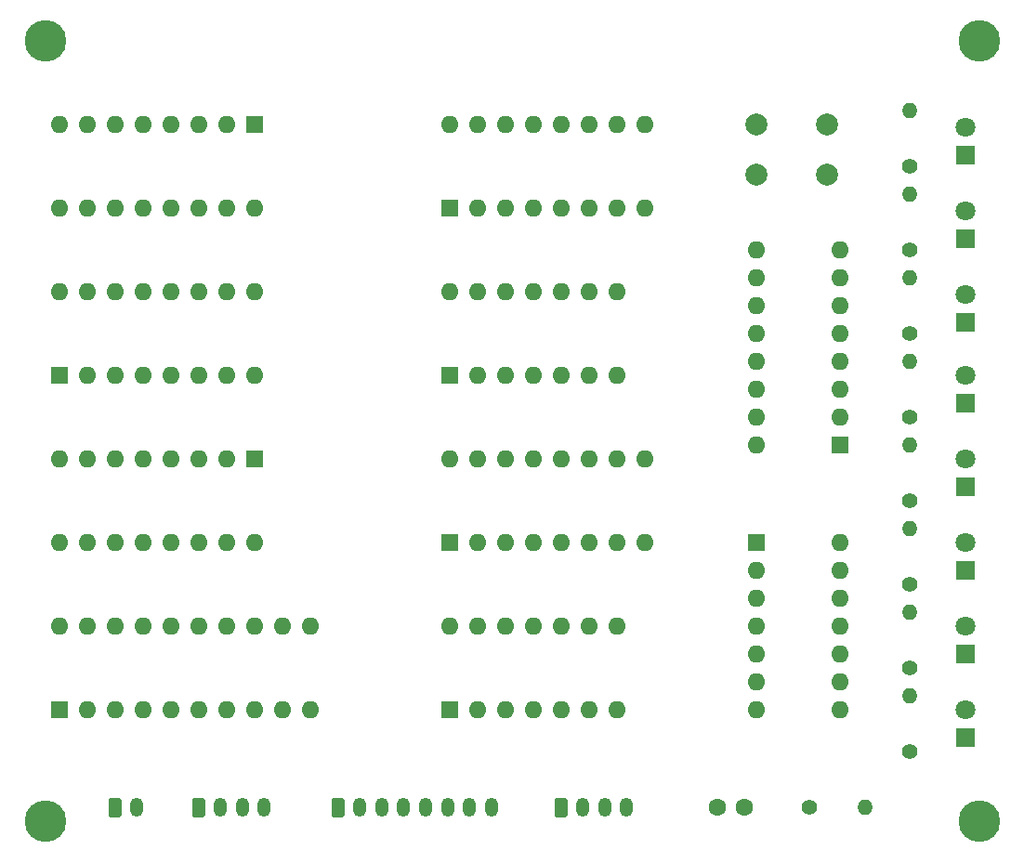
<source format=gbr>
G04 #@! TF.GenerationSoftware,KiCad,Pcbnew,(5.1.2-1)-1*
G04 #@! TF.CreationDate,2019-08-26T08:18:24+10:00*
G04 #@! TF.ProjectId,memory,6d656d6f-7279-42e6-9b69-6361645f7063,rev?*
G04 #@! TF.SameCoordinates,Original*
G04 #@! TF.FileFunction,Soldermask,Bot*
G04 #@! TF.FilePolarity,Negative*
%FSLAX46Y46*%
G04 Gerber Fmt 4.6, Leading zero omitted, Abs format (unit mm)*
G04 Created by KiCad (PCBNEW (5.1.2-1)-1) date 2019-08-26 08:18:24*
%MOMM*%
%LPD*%
G04 APERTURE LIST*
%ADD10R,1.600000X1.600000*%
%ADD11O,1.600000X1.600000*%
%ADD12C,3.790000*%
%ADD13C,1.600000*%
%ADD14R,1.800000X1.800000*%
%ADD15C,1.800000*%
%ADD16C,0.100000*%
%ADD17C,1.200000*%
%ADD18O,1.200000X1.750000*%
%ADD19O,1.400000X1.400000*%
%ADD20C,1.400000*%
%ADD21C,2.000000*%
G04 APERTURE END LIST*
D10*
X125984000Y-91694000D03*
D11*
X108204000Y-99314000D03*
X123444000Y-91694000D03*
X110744000Y-99314000D03*
X120904000Y-91694000D03*
X113284000Y-99314000D03*
X118364000Y-91694000D03*
X115824000Y-99314000D03*
X115824000Y-91694000D03*
X118364000Y-99314000D03*
X113284000Y-91694000D03*
X120904000Y-99314000D03*
X110744000Y-91694000D03*
X123444000Y-99314000D03*
X108204000Y-91694000D03*
X125984000Y-99314000D03*
D12*
X106934000Y-124714000D03*
X106934000Y-53594000D03*
X192024000Y-53594000D03*
X192024000Y-124714000D03*
D13*
X168148000Y-123444000D03*
X170648000Y-123444000D03*
D14*
X190754000Y-117094000D03*
D15*
X190754000Y-114554000D03*
X190754000Y-106934000D03*
D14*
X190754000Y-109474000D03*
X190754000Y-101854000D03*
D15*
X190754000Y-99314000D03*
X190754000Y-91694000D03*
D14*
X190754000Y-94234000D03*
D15*
X190754000Y-84074000D03*
D14*
X190754000Y-86614000D03*
X190754000Y-79248000D03*
D15*
X190754000Y-76708000D03*
X190754000Y-69088000D03*
D14*
X190754000Y-71628000D03*
X190754000Y-64008000D03*
D15*
X190754000Y-61468000D03*
D16*
G36*
X113658505Y-122570204D02*
G01*
X113682773Y-122573804D01*
X113706572Y-122579765D01*
X113729671Y-122588030D01*
X113751850Y-122598520D01*
X113772893Y-122611132D01*
X113792599Y-122625747D01*
X113810777Y-122642223D01*
X113827253Y-122660401D01*
X113841868Y-122680107D01*
X113854480Y-122701150D01*
X113864970Y-122723329D01*
X113873235Y-122746428D01*
X113879196Y-122770227D01*
X113882796Y-122794495D01*
X113884000Y-122818999D01*
X113884000Y-124069001D01*
X113882796Y-124093505D01*
X113879196Y-124117773D01*
X113873235Y-124141572D01*
X113864970Y-124164671D01*
X113854480Y-124186850D01*
X113841868Y-124207893D01*
X113827253Y-124227599D01*
X113810777Y-124245777D01*
X113792599Y-124262253D01*
X113772893Y-124276868D01*
X113751850Y-124289480D01*
X113729671Y-124299970D01*
X113706572Y-124308235D01*
X113682773Y-124314196D01*
X113658505Y-124317796D01*
X113634001Y-124319000D01*
X112933999Y-124319000D01*
X112909495Y-124317796D01*
X112885227Y-124314196D01*
X112861428Y-124308235D01*
X112838329Y-124299970D01*
X112816150Y-124289480D01*
X112795107Y-124276868D01*
X112775401Y-124262253D01*
X112757223Y-124245777D01*
X112740747Y-124227599D01*
X112726132Y-124207893D01*
X112713520Y-124186850D01*
X112703030Y-124164671D01*
X112694765Y-124141572D01*
X112688804Y-124117773D01*
X112685204Y-124093505D01*
X112684000Y-124069001D01*
X112684000Y-122818999D01*
X112685204Y-122794495D01*
X112688804Y-122770227D01*
X112694765Y-122746428D01*
X112703030Y-122723329D01*
X112713520Y-122701150D01*
X112726132Y-122680107D01*
X112740747Y-122660401D01*
X112757223Y-122642223D01*
X112775401Y-122625747D01*
X112795107Y-122611132D01*
X112816150Y-122598520D01*
X112838329Y-122588030D01*
X112861428Y-122579765D01*
X112885227Y-122573804D01*
X112909495Y-122570204D01*
X112933999Y-122569000D01*
X113634001Y-122569000D01*
X113658505Y-122570204D01*
X113658505Y-122570204D01*
G37*
D17*
X113284000Y-123444000D03*
D18*
X115284000Y-123444000D03*
D16*
G36*
X154298505Y-122570204D02*
G01*
X154322773Y-122573804D01*
X154346572Y-122579765D01*
X154369671Y-122588030D01*
X154391850Y-122598520D01*
X154412893Y-122611132D01*
X154432599Y-122625747D01*
X154450777Y-122642223D01*
X154467253Y-122660401D01*
X154481868Y-122680107D01*
X154494480Y-122701150D01*
X154504970Y-122723329D01*
X154513235Y-122746428D01*
X154519196Y-122770227D01*
X154522796Y-122794495D01*
X154524000Y-122818999D01*
X154524000Y-124069001D01*
X154522796Y-124093505D01*
X154519196Y-124117773D01*
X154513235Y-124141572D01*
X154504970Y-124164671D01*
X154494480Y-124186850D01*
X154481868Y-124207893D01*
X154467253Y-124227599D01*
X154450777Y-124245777D01*
X154432599Y-124262253D01*
X154412893Y-124276868D01*
X154391850Y-124289480D01*
X154369671Y-124299970D01*
X154346572Y-124308235D01*
X154322773Y-124314196D01*
X154298505Y-124317796D01*
X154274001Y-124319000D01*
X153573999Y-124319000D01*
X153549495Y-124317796D01*
X153525227Y-124314196D01*
X153501428Y-124308235D01*
X153478329Y-124299970D01*
X153456150Y-124289480D01*
X153435107Y-124276868D01*
X153415401Y-124262253D01*
X153397223Y-124245777D01*
X153380747Y-124227599D01*
X153366132Y-124207893D01*
X153353520Y-124186850D01*
X153343030Y-124164671D01*
X153334765Y-124141572D01*
X153328804Y-124117773D01*
X153325204Y-124093505D01*
X153324000Y-124069001D01*
X153324000Y-122818999D01*
X153325204Y-122794495D01*
X153328804Y-122770227D01*
X153334765Y-122746428D01*
X153343030Y-122723329D01*
X153353520Y-122701150D01*
X153366132Y-122680107D01*
X153380747Y-122660401D01*
X153397223Y-122642223D01*
X153415401Y-122625747D01*
X153435107Y-122611132D01*
X153456150Y-122598520D01*
X153478329Y-122588030D01*
X153501428Y-122579765D01*
X153525227Y-122573804D01*
X153549495Y-122570204D01*
X153573999Y-122569000D01*
X154274001Y-122569000D01*
X154298505Y-122570204D01*
X154298505Y-122570204D01*
G37*
D17*
X153924000Y-123444000D03*
D18*
X155924000Y-123444000D03*
X157924000Y-123444000D03*
X159924000Y-123444000D03*
X126904000Y-123444000D03*
X124904000Y-123444000D03*
X122904000Y-123444000D03*
D16*
G36*
X121278505Y-122570204D02*
G01*
X121302773Y-122573804D01*
X121326572Y-122579765D01*
X121349671Y-122588030D01*
X121371850Y-122598520D01*
X121392893Y-122611132D01*
X121412599Y-122625747D01*
X121430777Y-122642223D01*
X121447253Y-122660401D01*
X121461868Y-122680107D01*
X121474480Y-122701150D01*
X121484970Y-122723329D01*
X121493235Y-122746428D01*
X121499196Y-122770227D01*
X121502796Y-122794495D01*
X121504000Y-122818999D01*
X121504000Y-124069001D01*
X121502796Y-124093505D01*
X121499196Y-124117773D01*
X121493235Y-124141572D01*
X121484970Y-124164671D01*
X121474480Y-124186850D01*
X121461868Y-124207893D01*
X121447253Y-124227599D01*
X121430777Y-124245777D01*
X121412599Y-124262253D01*
X121392893Y-124276868D01*
X121371850Y-124289480D01*
X121349671Y-124299970D01*
X121326572Y-124308235D01*
X121302773Y-124314196D01*
X121278505Y-124317796D01*
X121254001Y-124319000D01*
X120553999Y-124319000D01*
X120529495Y-124317796D01*
X120505227Y-124314196D01*
X120481428Y-124308235D01*
X120458329Y-124299970D01*
X120436150Y-124289480D01*
X120415107Y-124276868D01*
X120395401Y-124262253D01*
X120377223Y-124245777D01*
X120360747Y-124227599D01*
X120346132Y-124207893D01*
X120333520Y-124186850D01*
X120323030Y-124164671D01*
X120314765Y-124141572D01*
X120308804Y-124117773D01*
X120305204Y-124093505D01*
X120304000Y-124069001D01*
X120304000Y-122818999D01*
X120305204Y-122794495D01*
X120308804Y-122770227D01*
X120314765Y-122746428D01*
X120323030Y-122723329D01*
X120333520Y-122701150D01*
X120346132Y-122680107D01*
X120360747Y-122660401D01*
X120377223Y-122642223D01*
X120395401Y-122625747D01*
X120415107Y-122611132D01*
X120436150Y-122598520D01*
X120458329Y-122588030D01*
X120481428Y-122579765D01*
X120505227Y-122573804D01*
X120529495Y-122570204D01*
X120553999Y-122569000D01*
X121254001Y-122569000D01*
X121278505Y-122570204D01*
X121278505Y-122570204D01*
G37*
D17*
X120904000Y-123444000D03*
D16*
G36*
X133978505Y-122570204D02*
G01*
X134002773Y-122573804D01*
X134026572Y-122579765D01*
X134049671Y-122588030D01*
X134071850Y-122598520D01*
X134092893Y-122611132D01*
X134112599Y-122625747D01*
X134130777Y-122642223D01*
X134147253Y-122660401D01*
X134161868Y-122680107D01*
X134174480Y-122701150D01*
X134184970Y-122723329D01*
X134193235Y-122746428D01*
X134199196Y-122770227D01*
X134202796Y-122794495D01*
X134204000Y-122818999D01*
X134204000Y-124069001D01*
X134202796Y-124093505D01*
X134199196Y-124117773D01*
X134193235Y-124141572D01*
X134184970Y-124164671D01*
X134174480Y-124186850D01*
X134161868Y-124207893D01*
X134147253Y-124227599D01*
X134130777Y-124245777D01*
X134112599Y-124262253D01*
X134092893Y-124276868D01*
X134071850Y-124289480D01*
X134049671Y-124299970D01*
X134026572Y-124308235D01*
X134002773Y-124314196D01*
X133978505Y-124317796D01*
X133954001Y-124319000D01*
X133253999Y-124319000D01*
X133229495Y-124317796D01*
X133205227Y-124314196D01*
X133181428Y-124308235D01*
X133158329Y-124299970D01*
X133136150Y-124289480D01*
X133115107Y-124276868D01*
X133095401Y-124262253D01*
X133077223Y-124245777D01*
X133060747Y-124227599D01*
X133046132Y-124207893D01*
X133033520Y-124186850D01*
X133023030Y-124164671D01*
X133014765Y-124141572D01*
X133008804Y-124117773D01*
X133005204Y-124093505D01*
X133004000Y-124069001D01*
X133004000Y-122818999D01*
X133005204Y-122794495D01*
X133008804Y-122770227D01*
X133014765Y-122746428D01*
X133023030Y-122723329D01*
X133033520Y-122701150D01*
X133046132Y-122680107D01*
X133060747Y-122660401D01*
X133077223Y-122642223D01*
X133095401Y-122625747D01*
X133115107Y-122611132D01*
X133136150Y-122598520D01*
X133158329Y-122588030D01*
X133181428Y-122579765D01*
X133205227Y-122573804D01*
X133229495Y-122570204D01*
X133253999Y-122569000D01*
X133954001Y-122569000D01*
X133978505Y-122570204D01*
X133978505Y-122570204D01*
G37*
D17*
X133604000Y-123444000D03*
D18*
X135604000Y-123444000D03*
X137604000Y-123444000D03*
X139604000Y-123444000D03*
X141604000Y-123444000D03*
X143604000Y-123444000D03*
X145604000Y-123444000D03*
X147604000Y-123444000D03*
D19*
X185674000Y-113284000D03*
D20*
X185674000Y-118364000D03*
X185674000Y-110744000D03*
D19*
X185674000Y-105664000D03*
X185674000Y-98044000D03*
D20*
X185674000Y-103124000D03*
X185674000Y-95504000D03*
D19*
X185674000Y-90424000D03*
D20*
X185674000Y-87884000D03*
D19*
X185674000Y-82804000D03*
X185674000Y-75184000D03*
D20*
X185674000Y-80264000D03*
X185674000Y-72644000D03*
D19*
X185674000Y-67564000D03*
X185674000Y-59944000D03*
D20*
X185674000Y-65024000D03*
X176530000Y-123444000D03*
D19*
X181610000Y-123444000D03*
D21*
X171704000Y-65714000D03*
X171704000Y-61214000D03*
X178204000Y-65714000D03*
X178204000Y-61214000D03*
D10*
X179324000Y-90424000D03*
D11*
X171704000Y-72644000D03*
X179324000Y-87884000D03*
X171704000Y-75184000D03*
X179324000Y-85344000D03*
X171704000Y-77724000D03*
X179324000Y-82804000D03*
X171704000Y-80264000D03*
X179324000Y-80264000D03*
X171704000Y-82804000D03*
X179324000Y-77724000D03*
X171704000Y-85344000D03*
X179324000Y-75184000D03*
X171704000Y-87884000D03*
X179324000Y-72644000D03*
X171704000Y-90424000D03*
D10*
X108204000Y-84074000D03*
D11*
X125984000Y-76454000D03*
X110744000Y-84074000D03*
X123444000Y-76454000D03*
X113284000Y-84074000D03*
X120904000Y-76454000D03*
X115824000Y-84074000D03*
X118364000Y-76454000D03*
X118364000Y-84074000D03*
X115824000Y-76454000D03*
X120904000Y-84074000D03*
X113284000Y-76454000D03*
X123444000Y-84074000D03*
X110744000Y-76454000D03*
X125984000Y-84074000D03*
X108204000Y-76454000D03*
X143764000Y-91694000D03*
X161544000Y-99314000D03*
X146304000Y-91694000D03*
X159004000Y-99314000D03*
X148844000Y-91694000D03*
X156464000Y-99314000D03*
X151384000Y-91694000D03*
X153924000Y-99314000D03*
X153924000Y-91694000D03*
X151384000Y-99314000D03*
X156464000Y-91694000D03*
X148844000Y-99314000D03*
X159004000Y-91694000D03*
X146304000Y-99314000D03*
X161544000Y-91694000D03*
D10*
X143764000Y-99314000D03*
X143764000Y-114554000D03*
D11*
X159004000Y-106934000D03*
X146304000Y-114554000D03*
X156464000Y-106934000D03*
X148844000Y-114554000D03*
X153924000Y-106934000D03*
X151384000Y-114554000D03*
X151384000Y-106934000D03*
X153924000Y-114554000D03*
X148844000Y-106934000D03*
X156464000Y-114554000D03*
X146304000Y-106934000D03*
X159004000Y-114554000D03*
X143764000Y-106934000D03*
D10*
X171704000Y-99314000D03*
D11*
X179324000Y-114554000D03*
X171704000Y-101854000D03*
X179324000Y-112014000D03*
X171704000Y-104394000D03*
X179324000Y-109474000D03*
X171704000Y-106934000D03*
X179324000Y-106934000D03*
X171704000Y-109474000D03*
X179324000Y-104394000D03*
X171704000Y-112014000D03*
X179324000Y-101854000D03*
X171704000Y-114554000D03*
X179324000Y-99314000D03*
X143764000Y-76454000D03*
X159004000Y-84074000D03*
X146304000Y-76454000D03*
X156464000Y-84074000D03*
X148844000Y-76454000D03*
X153924000Y-84074000D03*
X151384000Y-76454000D03*
X151384000Y-84074000D03*
X153924000Y-76454000D03*
X148844000Y-84074000D03*
X156464000Y-76454000D03*
X146304000Y-84074000D03*
X159004000Y-76454000D03*
D10*
X143764000Y-84074000D03*
X108204000Y-114554000D03*
D11*
X131064000Y-106934000D03*
X110744000Y-114554000D03*
X128524000Y-106934000D03*
X113284000Y-114554000D03*
X125984000Y-106934000D03*
X115824000Y-114554000D03*
X123444000Y-106934000D03*
X118364000Y-114554000D03*
X120904000Y-106934000D03*
X120904000Y-114554000D03*
X118364000Y-106934000D03*
X123444000Y-114554000D03*
X115824000Y-106934000D03*
X125984000Y-114554000D03*
X113284000Y-106934000D03*
X128524000Y-114554000D03*
X110744000Y-106934000D03*
X131064000Y-114554000D03*
X108204000Y-106934000D03*
D10*
X143764000Y-68834000D03*
D11*
X161544000Y-61214000D03*
X146304000Y-68834000D03*
X159004000Y-61214000D03*
X148844000Y-68834000D03*
X156464000Y-61214000D03*
X151384000Y-68834000D03*
X153924000Y-61214000D03*
X153924000Y-68834000D03*
X151384000Y-61214000D03*
X156464000Y-68834000D03*
X148844000Y-61214000D03*
X159004000Y-68834000D03*
X146304000Y-61214000D03*
X161544000Y-68834000D03*
X143764000Y-61214000D03*
X125984000Y-68834000D03*
X108204000Y-61214000D03*
X123444000Y-68834000D03*
X110744000Y-61214000D03*
X120904000Y-68834000D03*
X113284000Y-61214000D03*
X118364000Y-68834000D03*
X115824000Y-61214000D03*
X115824000Y-68834000D03*
X118364000Y-61214000D03*
X113284000Y-68834000D03*
X120904000Y-61214000D03*
X110744000Y-68834000D03*
X123444000Y-61214000D03*
X108204000Y-68834000D03*
D10*
X125984000Y-61214000D03*
M02*

</source>
